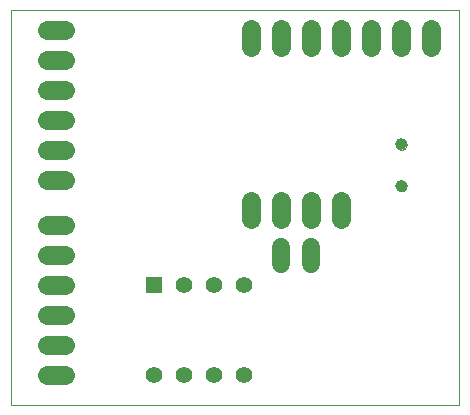
<source format=gbs>
G75*
%MOIN*%
%OFA0B0*%
%FSLAX25Y25*%
%IPPOS*%
%LPD*%
%AMOC8*
5,1,8,0,0,1.08239X$1,22.5*
%
%ADD10C,0.00000*%
%ADD11C,0.06400*%
%ADD12C,0.06000*%
%ADD13C,0.05550*%
%ADD14R,0.05550X0.05550*%
%ADD15C,0.03943*%
D10*
X0030000Y0001800D02*
X0030000Y0133650D01*
X0179350Y0133650D01*
X0179350Y0001800D01*
X0030000Y0001800D01*
X0158228Y0074910D02*
X0158230Y0074994D01*
X0158236Y0075077D01*
X0158246Y0075160D01*
X0158260Y0075243D01*
X0158277Y0075325D01*
X0158299Y0075406D01*
X0158324Y0075485D01*
X0158353Y0075564D01*
X0158386Y0075641D01*
X0158422Y0075716D01*
X0158462Y0075790D01*
X0158505Y0075862D01*
X0158552Y0075931D01*
X0158602Y0075998D01*
X0158655Y0076063D01*
X0158711Y0076125D01*
X0158769Y0076185D01*
X0158831Y0076242D01*
X0158895Y0076295D01*
X0158962Y0076346D01*
X0159031Y0076393D01*
X0159102Y0076438D01*
X0159175Y0076478D01*
X0159250Y0076515D01*
X0159327Y0076549D01*
X0159405Y0076579D01*
X0159484Y0076605D01*
X0159565Y0076628D01*
X0159647Y0076646D01*
X0159729Y0076661D01*
X0159812Y0076672D01*
X0159895Y0076679D01*
X0159979Y0076682D01*
X0160063Y0076681D01*
X0160146Y0076676D01*
X0160230Y0076667D01*
X0160312Y0076654D01*
X0160394Y0076638D01*
X0160475Y0076617D01*
X0160556Y0076593D01*
X0160634Y0076565D01*
X0160712Y0076533D01*
X0160788Y0076497D01*
X0160862Y0076458D01*
X0160934Y0076416D01*
X0161004Y0076370D01*
X0161072Y0076321D01*
X0161137Y0076269D01*
X0161200Y0076214D01*
X0161260Y0076156D01*
X0161318Y0076095D01*
X0161372Y0076031D01*
X0161424Y0075965D01*
X0161472Y0075897D01*
X0161517Y0075826D01*
X0161558Y0075753D01*
X0161597Y0075679D01*
X0161631Y0075603D01*
X0161662Y0075525D01*
X0161689Y0075446D01*
X0161713Y0075365D01*
X0161732Y0075284D01*
X0161748Y0075202D01*
X0161760Y0075119D01*
X0161768Y0075035D01*
X0161772Y0074952D01*
X0161772Y0074868D01*
X0161768Y0074785D01*
X0161760Y0074701D01*
X0161748Y0074618D01*
X0161732Y0074536D01*
X0161713Y0074455D01*
X0161689Y0074374D01*
X0161662Y0074295D01*
X0161631Y0074217D01*
X0161597Y0074141D01*
X0161558Y0074067D01*
X0161517Y0073994D01*
X0161472Y0073923D01*
X0161424Y0073855D01*
X0161372Y0073789D01*
X0161318Y0073725D01*
X0161260Y0073664D01*
X0161200Y0073606D01*
X0161137Y0073551D01*
X0161072Y0073499D01*
X0161004Y0073450D01*
X0160934Y0073404D01*
X0160862Y0073362D01*
X0160788Y0073323D01*
X0160712Y0073287D01*
X0160634Y0073255D01*
X0160556Y0073227D01*
X0160475Y0073203D01*
X0160394Y0073182D01*
X0160312Y0073166D01*
X0160230Y0073153D01*
X0160146Y0073144D01*
X0160063Y0073139D01*
X0159979Y0073138D01*
X0159895Y0073141D01*
X0159812Y0073148D01*
X0159729Y0073159D01*
X0159647Y0073174D01*
X0159565Y0073192D01*
X0159484Y0073215D01*
X0159405Y0073241D01*
X0159327Y0073271D01*
X0159250Y0073305D01*
X0159175Y0073342D01*
X0159102Y0073382D01*
X0159031Y0073427D01*
X0158962Y0073474D01*
X0158895Y0073525D01*
X0158831Y0073578D01*
X0158769Y0073635D01*
X0158711Y0073695D01*
X0158655Y0073757D01*
X0158602Y0073822D01*
X0158552Y0073889D01*
X0158505Y0073958D01*
X0158462Y0074030D01*
X0158422Y0074104D01*
X0158386Y0074179D01*
X0158353Y0074256D01*
X0158324Y0074335D01*
X0158299Y0074414D01*
X0158277Y0074495D01*
X0158260Y0074577D01*
X0158246Y0074660D01*
X0158236Y0074743D01*
X0158230Y0074826D01*
X0158228Y0074910D01*
X0158228Y0088690D02*
X0158230Y0088774D01*
X0158236Y0088857D01*
X0158246Y0088940D01*
X0158260Y0089023D01*
X0158277Y0089105D01*
X0158299Y0089186D01*
X0158324Y0089265D01*
X0158353Y0089344D01*
X0158386Y0089421D01*
X0158422Y0089496D01*
X0158462Y0089570D01*
X0158505Y0089642D01*
X0158552Y0089711D01*
X0158602Y0089778D01*
X0158655Y0089843D01*
X0158711Y0089905D01*
X0158769Y0089965D01*
X0158831Y0090022D01*
X0158895Y0090075D01*
X0158962Y0090126D01*
X0159031Y0090173D01*
X0159102Y0090218D01*
X0159175Y0090258D01*
X0159250Y0090295D01*
X0159327Y0090329D01*
X0159405Y0090359D01*
X0159484Y0090385D01*
X0159565Y0090408D01*
X0159647Y0090426D01*
X0159729Y0090441D01*
X0159812Y0090452D01*
X0159895Y0090459D01*
X0159979Y0090462D01*
X0160063Y0090461D01*
X0160146Y0090456D01*
X0160230Y0090447D01*
X0160312Y0090434D01*
X0160394Y0090418D01*
X0160475Y0090397D01*
X0160556Y0090373D01*
X0160634Y0090345D01*
X0160712Y0090313D01*
X0160788Y0090277D01*
X0160862Y0090238D01*
X0160934Y0090196D01*
X0161004Y0090150D01*
X0161072Y0090101D01*
X0161137Y0090049D01*
X0161200Y0089994D01*
X0161260Y0089936D01*
X0161318Y0089875D01*
X0161372Y0089811D01*
X0161424Y0089745D01*
X0161472Y0089677D01*
X0161517Y0089606D01*
X0161558Y0089533D01*
X0161597Y0089459D01*
X0161631Y0089383D01*
X0161662Y0089305D01*
X0161689Y0089226D01*
X0161713Y0089145D01*
X0161732Y0089064D01*
X0161748Y0088982D01*
X0161760Y0088899D01*
X0161768Y0088815D01*
X0161772Y0088732D01*
X0161772Y0088648D01*
X0161768Y0088565D01*
X0161760Y0088481D01*
X0161748Y0088398D01*
X0161732Y0088316D01*
X0161713Y0088235D01*
X0161689Y0088154D01*
X0161662Y0088075D01*
X0161631Y0087997D01*
X0161597Y0087921D01*
X0161558Y0087847D01*
X0161517Y0087774D01*
X0161472Y0087703D01*
X0161424Y0087635D01*
X0161372Y0087569D01*
X0161318Y0087505D01*
X0161260Y0087444D01*
X0161200Y0087386D01*
X0161137Y0087331D01*
X0161072Y0087279D01*
X0161004Y0087230D01*
X0160934Y0087184D01*
X0160862Y0087142D01*
X0160788Y0087103D01*
X0160712Y0087067D01*
X0160634Y0087035D01*
X0160556Y0087007D01*
X0160475Y0086983D01*
X0160394Y0086962D01*
X0160312Y0086946D01*
X0160230Y0086933D01*
X0160146Y0086924D01*
X0160063Y0086919D01*
X0159979Y0086918D01*
X0159895Y0086921D01*
X0159812Y0086928D01*
X0159729Y0086939D01*
X0159647Y0086954D01*
X0159565Y0086972D01*
X0159484Y0086995D01*
X0159405Y0087021D01*
X0159327Y0087051D01*
X0159250Y0087085D01*
X0159175Y0087122D01*
X0159102Y0087162D01*
X0159031Y0087207D01*
X0158962Y0087254D01*
X0158895Y0087305D01*
X0158831Y0087358D01*
X0158769Y0087415D01*
X0158711Y0087475D01*
X0158655Y0087537D01*
X0158602Y0087602D01*
X0158552Y0087669D01*
X0158505Y0087738D01*
X0158462Y0087810D01*
X0158422Y0087884D01*
X0158386Y0087959D01*
X0158353Y0088036D01*
X0158324Y0088115D01*
X0158299Y0088194D01*
X0158277Y0088275D01*
X0158260Y0088357D01*
X0158246Y0088440D01*
X0158236Y0088523D01*
X0158230Y0088606D01*
X0158228Y0088690D01*
D11*
X0140000Y0069800D02*
X0140000Y0063800D01*
X0130000Y0063800D02*
X0130000Y0069800D01*
X0120000Y0069800D02*
X0120000Y0063800D01*
X0110000Y0063800D02*
X0110000Y0069800D01*
X0048000Y0076800D02*
X0042000Y0076800D01*
X0042000Y0086800D02*
X0048000Y0086800D01*
X0048000Y0096800D02*
X0042000Y0096800D01*
X0042000Y0106800D02*
X0048000Y0106800D01*
X0048000Y0116800D02*
X0042000Y0116800D01*
X0042000Y0126800D02*
X0048000Y0126800D01*
X0110000Y0127300D02*
X0110000Y0121300D01*
X0120000Y0121300D02*
X0120000Y0127300D01*
X0130000Y0127300D02*
X0130000Y0121300D01*
X0140000Y0121300D02*
X0140000Y0127300D01*
X0150000Y0127300D02*
X0150000Y0121300D01*
X0160000Y0121300D02*
X0160000Y0127300D01*
X0170000Y0127300D02*
X0170000Y0121300D01*
X0048000Y0061800D02*
X0042000Y0061800D01*
X0042000Y0051800D02*
X0048000Y0051800D01*
X0048000Y0041800D02*
X0042000Y0041800D01*
X0042000Y0031800D02*
X0048000Y0031800D01*
X0048000Y0021800D02*
X0042000Y0021800D01*
X0042000Y0011800D02*
X0048000Y0011800D01*
D12*
X0120000Y0049000D02*
X0120000Y0054600D01*
X0130000Y0054600D02*
X0130000Y0049000D01*
D13*
X0107500Y0041800D03*
X0097500Y0041800D03*
X0087500Y0041800D03*
X0087500Y0011800D03*
X0077500Y0011800D03*
X0097500Y0011800D03*
X0107500Y0011800D03*
D14*
X0077500Y0041800D03*
D15*
X0160000Y0074910D03*
X0160000Y0088690D03*
M02*

</source>
